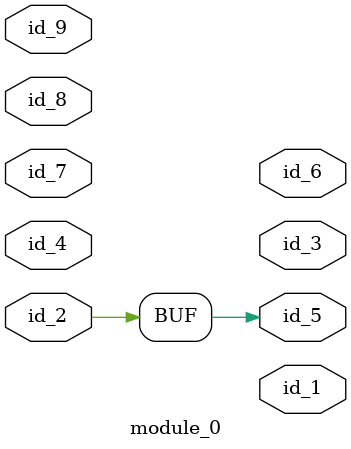
<source format=v>
module module_0 (
    id_1,
    id_2,
    id_3,
    id_4,
    id_5,
    id_6,
    id_7,
    id_8,
    id_9
);
  inout id_9;
  inout id_8;
  inout id_7;
  output id_6;
  output id_5;
  inout id_4;
  output id_3;
  inout id_2;
  output id_1;
  assign id_5 = (1) ? id_2 : 1;
endmodule

</source>
